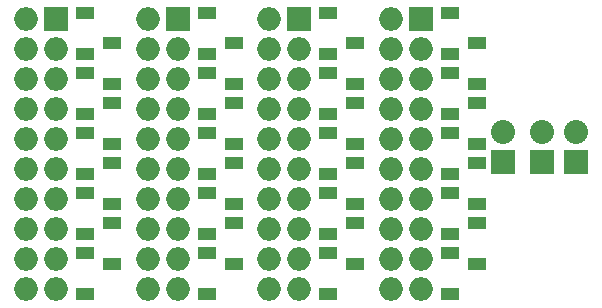
<source format=gts>
G04 #@! TF.FileFunction,Soldermask,Top*
%FSLAX46Y46*%
G04 Gerber Fmt 4.6, Leading zero omitted, Abs format (unit mm)*
G04 Created by KiCad (PCBNEW (2016-10-28 revision 192d4b8)-makepkg) date 11/16/16 20:27:21*
%MOMM*%
%LPD*%
G01*
G04 APERTURE LIST*
%ADD10C,0.150000*%
%ADD11R,1.600000X1.000000*%
%ADD12O,2.000000X2.000000*%
%ADD13R,2.000000X2.000000*%
%ADD14R,2.032000X2.032000*%
%ADD15O,2.032000X2.032000*%
G04 APERTURE END LIST*
D10*
D11*
X17415944Y-9908675D03*
X17415944Y-13308675D03*
X7120944Y-28548675D03*
X7120944Y-25148675D03*
D12*
X33028944Y-28142675D03*
X35568944Y-28142675D03*
X33028944Y-25602675D03*
X35568944Y-25602675D03*
X33028944Y-23062675D03*
X35568944Y-23062675D03*
X33028944Y-20522675D03*
X35568944Y-20522675D03*
X33028944Y-17982675D03*
X35568944Y-17982675D03*
X33028944Y-15442675D03*
X35568944Y-15442675D03*
X33028944Y-12902675D03*
X35568944Y-12902675D03*
X33028944Y-10362675D03*
X35568944Y-10362675D03*
X33028944Y-7822675D03*
X35568944Y-7822675D03*
X33028944Y-5282675D03*
D13*
X35568944Y-5282675D03*
D11*
X40291944Y-17528675D03*
X40291944Y-20928675D03*
X38005944Y-23468675D03*
X38005944Y-20068675D03*
X40291944Y-26008675D03*
X40291944Y-22608675D03*
X38005944Y-25148675D03*
X38005944Y-28548675D03*
X40291944Y-7368675D03*
X40291944Y-10768675D03*
X38005944Y-13308675D03*
X38005944Y-9908675D03*
X40291944Y-15848675D03*
X40291944Y-12448675D03*
X38005944Y-14988675D03*
X38005944Y-18388675D03*
X38005944Y-4828675D03*
X38005944Y-8228675D03*
D13*
X25273944Y-5282675D03*
D12*
X22733944Y-5282675D03*
X25273944Y-7822675D03*
X22733944Y-7822675D03*
X25273944Y-10362675D03*
X22733944Y-10362675D03*
X25273944Y-12902675D03*
X22733944Y-12902675D03*
X25273944Y-15442675D03*
X22733944Y-15442675D03*
X25273944Y-17982675D03*
X22733944Y-17982675D03*
X25273944Y-20522675D03*
X22733944Y-20522675D03*
X25273944Y-23062675D03*
X22733944Y-23062675D03*
X25273944Y-25602675D03*
X22733944Y-25602675D03*
X25273944Y-28142675D03*
X22733944Y-28142675D03*
D11*
X29996944Y-20928675D03*
X29996944Y-17528675D03*
X27710944Y-20068675D03*
X27710944Y-23468675D03*
X29996944Y-22608675D03*
X29996944Y-26008675D03*
X27710944Y-28548675D03*
X27710944Y-25148675D03*
X29996944Y-10768675D03*
X29996944Y-7368675D03*
X27710944Y-9908675D03*
X27710944Y-13308675D03*
X29996944Y-12448675D03*
X29996944Y-15848675D03*
X27710944Y-18388675D03*
X27710944Y-14988675D03*
X27710944Y-8228675D03*
X27710944Y-4828675D03*
D13*
X14978944Y-5282675D03*
D12*
X12438944Y-5282675D03*
X14978944Y-7822675D03*
X12438944Y-7822675D03*
X14978944Y-10362675D03*
X12438944Y-10362675D03*
X14978944Y-12902675D03*
X12438944Y-12902675D03*
X14978944Y-15442675D03*
X12438944Y-15442675D03*
X14978944Y-17982675D03*
X12438944Y-17982675D03*
X14978944Y-20522675D03*
X12438944Y-20522675D03*
X14978944Y-23062675D03*
X12438944Y-23062675D03*
X14978944Y-25602675D03*
X12438944Y-25602675D03*
X14978944Y-28142675D03*
X12438944Y-28142675D03*
D11*
X19701944Y-20928675D03*
X19701944Y-17528675D03*
X17415944Y-20068675D03*
X17415944Y-23468675D03*
X19701944Y-22608675D03*
X19701944Y-26008675D03*
X17415944Y-28548675D03*
X17415944Y-25148675D03*
X19701944Y-10768675D03*
X19701944Y-7368675D03*
X19701944Y-12448675D03*
X19701944Y-15848675D03*
X17415944Y-18388675D03*
X17415944Y-14988675D03*
X17415944Y-8228675D03*
X17415944Y-4828675D03*
X9406944Y-10768675D03*
X9406944Y-7368675D03*
X9406944Y-12448675D03*
X9406944Y-15848675D03*
X9406944Y-20928675D03*
X9406944Y-17528675D03*
X9406944Y-22608675D03*
X9406944Y-26008675D03*
X7120944Y-8228675D03*
X7120944Y-4828675D03*
X7120944Y-9908675D03*
X7120944Y-13308675D03*
X7120944Y-18388675D03*
X7120944Y-14988675D03*
X7120944Y-20068675D03*
X7120944Y-23468675D03*
D13*
X4683944Y-5282675D03*
D12*
X2143944Y-5282675D03*
X4683944Y-7822675D03*
X2143944Y-7822675D03*
X4683944Y-10362675D03*
X2143944Y-10362675D03*
X4683944Y-12902675D03*
X2143944Y-12902675D03*
X4683944Y-15442675D03*
X2143944Y-15442675D03*
X4683944Y-17982675D03*
X2143944Y-17982675D03*
X4683944Y-20522675D03*
X2143944Y-20522675D03*
X4683944Y-23062675D03*
X2143944Y-23062675D03*
X4683944Y-25602675D03*
X2143944Y-25602675D03*
X4683944Y-28142675D03*
X2143944Y-28142675D03*
D14*
X42500000Y-17389998D03*
D15*
X42500000Y-14849998D03*
X45780000Y-14860000D03*
D14*
X45780000Y-17400000D03*
X48690000Y-17400000D03*
D15*
X48690000Y-14860000D03*
M02*

</source>
